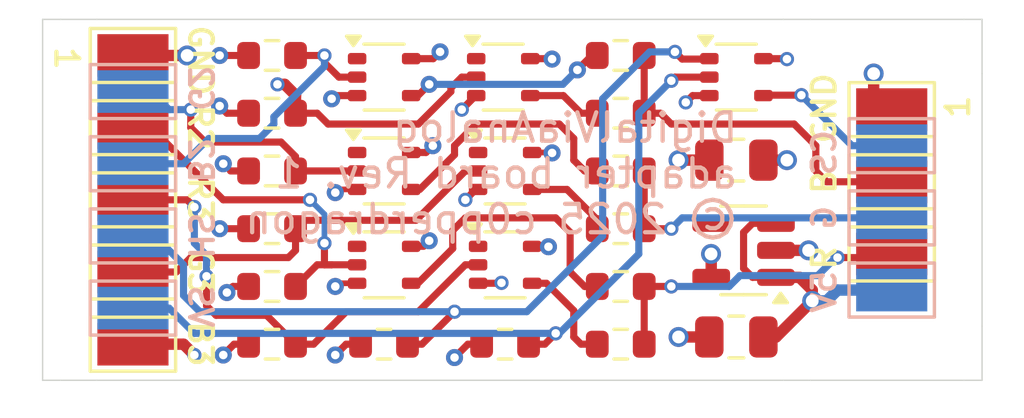
<source format=kicad_pcb>
(kicad_pcb (version 20240108) (generator "pcbnew") (generator_version "8.0")
  (title_block (title "DigitalViaAnalog") (rev "1"))
  (layers (0 "F.Cu" signal) (1 "In1.Cu" signal) (2 "In2.Cu" signal) (31 "B.Cu" signal) (34 "B.Paste" user) (35 "F.Paste" user) (36 "B.SilkS" user "B.Silkscreen") (37 "F.SilkS" user "F.Silkscreen") (38 "B.Mask" user) (39 "F.Mask" user) (44 "Edge.Cuts" user))
  (net 0 "")
  (net 1 "/GND")
  (net 2 "/5V")
  (net 3 "/VCC")
  (net 4 "/G2")
  (net 5 "/R2")
  (net 6 "/B2")
  (net 7 "/R3")
  (net 8 "/HSYNC")
  (net 9 "/G3")
  (net 10 "/VSYNC")
  (net 11 "/B3")
  (net 12 "/CSYNC")
  (net 13 "/B")
  (net 14 "/G")
  (net 15 "/R")
  (net 16 "Net-(R1-Pad1)")
  (net 17 "Net-(R2-Pad1)")
  (net 18 "Net-(R3-Pad1)")
  (net 19 "Net-(R4-Pad1)")
  (net 20 "Net-(R5-Pad1)")
  (net 21 "Net-(R6-Pad1)")
  (footprint "Capacitor_SMD:C_0805_2012Metric" (layer "F.Cu") (at 122.174 88.646)
    (property "Reference" "C1" (hide yes))
    (property "Value" "10uF")
    (fp_line (start -0.261252 -0.735) (end 0.261252 -0.735) (stroke (width 0.12)) (layer "F.SilkS"))
    (fp_line (start -0.261252 0.735) (end 0.261252 0.735) (stroke (width 0.12)) (layer "F.SilkS"))
    (pad "1" smd roundrect (at -0.95 0) (size 1 1.45) (layers "F.Cu" "F.Paste" "F.Mask") (net 1 "/GND"))
    (pad "2" smd roundrect (at 0.95 0) (size 1 1.45) (layers "F.Cu" "F.Paste" "F.Mask") (net 2 "/5V"))
  )
  (footprint "Resistor_SMD:R_0603_1608Metric" (layer "F.Cu") (at 118.11 86.868)
    (property "Reference" "R5" (hide yes))
    (property "Value" "300")
    (fp_line (start -0.237258 -0.5225) (end 0.237258 -0.5225) (stroke (width 0.12)) (layer "F.SilkS"))
    (fp_line (start -0.237258 0.5225) (end 0.237258 0.5225) (stroke (width 0.12)) (layer "F.SilkS"))
    (pad "1" smd roundrect (at -0.825 0) (size 0.8 0.95) (layers "F.Cu" "F.Paste" "F.Mask") (net 20 "Net-(R5-Pad1)"))
    (pad "2" smd roundrect (at 0.825 0) (size 0.8 0.95) (layers "F.Cu" "F.Paste" "F.Mask") (net 15 "/R"))
  )
  (footprint "Package_TO_SOT_SMD:SOT-353_SC-70-5" (layer "F.Cu") (at 113.98 79.502)
    (property "Reference" "U2" (hide yes))
    (property "Value" "74LVC1G17")
    (fp_line (start -0.71 -1.16) (end 0.7 -1.16) (stroke (width 0.12)) (layer "F.SilkS"))
    (fp_line (start -0.7 1.16) (end 0.7 1.16) (stroke (width 0.12)) (layer "F.SilkS"))
    (fp_poly (pts (xy -1.08 -1.11) (xy -1.32 -1.44) (xy -0.84 -1.44) (xy -1.08 -1.11)) (stroke (width 0.12)) (fill solid) (layer "F.SilkS"))
    (pad "1" smd roundrect (at -0.95 -0.65) (size 0.65 0.4) (layers "F.Cu" "F.Paste" "F.Mask"))
    (pad "2" smd roundrect (at -0.95 0) (size 0.65 0.4) (layers "F.Cu" "F.Paste" "F.Mask") (net 11 "/B3"))
    (pad "3" smd roundrect (at -0.95 0.65) (size 0.65 0.4) (layers "F.Cu" "F.Paste" "F.Mask") (net 1 "/GND"))
    (pad "4" smd roundrect (at 0.95 0.65) (size 0.65 0.4) (layers "F.Cu" "F.Paste" "F.Mask") (net 17 "Net-(R2-Pad1)"))
    (pad "5" smd roundrect (at 0.95 -0.65) (size 0.65 0.4) (layers "F.Cu" "F.Paste" "F.Mask") (net 3 "/VCC"))
  )
  (footprint "Resistor_SMD:R_0603_1608Metric" (layer "F.Cu") (at 105.855 88.9 180)
    (property "Reference" "R14" (hide yes))
    (property "Value" "4k7")
    (fp_line (start -0.237258 0.5225) (end 0.237258 0.5225) (stroke (width 0.12)) (layer "F.SilkS"))
    (fp_line (start -0.237258 -0.5225) (end 0.237258 -0.5225) (stroke (width 0.12)) (layer "F.SilkS"))
    (pad "1" smd roundrect (at -0.825 0 180) (size 0.8 0.95) (layers "F.Cu" "F.Paste" "F.Mask") (net 7 "/R3"))
    (pad "2" smd roundrect (at 0.825 0 180) (size 0.8 0.95) (layers "F.Cu" "F.Paste" "F.Mask") (net 1 "/GND"))
  )
  (footprint "Resistor_SMD:R_0603_1608Metric" (layer "F.Cu") (at 114.046 88.9)
    (property "Reference" "R8" (hide yes))
    (property "Value" "4k7")
    (fp_line (start -0.237258 -0.5225) (end 0.237258 -0.5225) (stroke (width 0.12)) (layer "F.SilkS"))
    (fp_line (start -0.237258 0.5225) (end 0.237258 0.5225) (stroke (width 0.12)) (layer "F.SilkS"))
    (pad "1" smd roundrect (at -0.825 0) (size 0.8 0.95) (layers "F.Cu" "F.Paste" "F.Mask") (net 1 "/GND"))
    (pad "2" smd roundrect (at 0.825 0) (size 0.8 0.95) (layers "F.Cu" "F.Paste" "F.Mask") (net 10 "/VSYNC"))
  )
  (footprint "Resistor_SMD:R_0603_1608Metric" (layer "F.Cu") (at 118.11 80.772)
    (property "Reference" "R2" (hide yes))
    (property "Value" "150")
    (fp_line (start -0.237258 -0.5225) (end 0.237258 -0.5225) (stroke (width 0.12)) (layer "F.SilkS"))
    (fp_line (start -0.237258 0.5225) (end 0.237258 0.5225) (stroke (width 0.12)) (layer "F.SilkS"))
    (pad "1" smd roundrect (at -0.825 0) (size 0.8 0.95) (layers "F.Cu" "F.Paste" "F.Mask") (net 17 "Net-(R2-Pad1)"))
    (pad "2" smd roundrect (at 0.825 0) (size 0.8 0.95) (layers "F.Cu" "F.Paste" "F.Mask") (net 13 "/B"))
  )
  (footprint "Package_TO_SOT_SMD:SOT-353_SC-70-5" (layer "F.Cu") (at 114.046 82.804)
    (property "Reference" "U4" (hide yes))
    (property "Value" "74LVC1G17")
    (fp_line (start -0.71 -1.16) (end 0.7 -1.16) (stroke (width 0.12)) (layer "F.SilkS"))
    (fp_line (start -0.7 1.16) (end 0.7 1.16) (stroke (width 0.12)) (layer "F.SilkS"))
    (fp_poly (pts (xy -1.08 -1.11) (xy -1.32 -1.44) (xy -0.84 -1.44) (xy -1.08 -1.11)) (stroke (width 0.12)) (fill solid) (layer "F.SilkS"))
    (pad "1" smd roundrect (at -0.95 -0.65) (size 0.65 0.4) (layers "F.Cu" "F.Paste" "F.Mask"))
    (pad "2" smd roundrect (at -0.95 0) (size 0.65 0.4) (layers "F.Cu" "F.Paste" "F.Mask") (net 9 "/G3"))
    (pad "3" smd roundrect (at -0.95 0.65) (size 0.65 0.4) (layers "F.Cu" "F.Paste" "F.Mask") (net 1 "/GND"))
    (pad "4" smd roundrect (at 0.95 0.65) (size 0.65 0.4) (layers "F.Cu" "F.Paste" "F.Mask") (net 19 "Net-(R4-Pad1)"))
    (pad "5" smd roundrect (at 0.95 -0.65) (size 0.65 0.4) (layers "F.Cu" "F.Paste" "F.Mask") (net 3 "/VCC"))
  )
  (footprint "Resistor_SMD:R_0603_1608Metric" (layer "F.Cu") (at 105.855 86.868 180)
    (property "Reference" "R13" (hide yes))
    (property "Value" "4k7")
    (fp_line (start -0.237258 0.5225) (end 0.237258 0.5225) (stroke (width 0.12)) (layer "F.SilkS"))
    (fp_line (start -0.237258 -0.5225) (end 0.237258 -0.5225) (stroke (width 0.12)) (layer "F.SilkS"))
    (pad "1" smd roundrect (at -0.825 0 180) (size 0.8 0.95) (layers "F.Cu" "F.Paste" "F.Mask") (net 5 "/R2"))
    (pad "2" smd roundrect (at 0.825 0 180) (size 0.8 0.95) (layers "F.Cu" "F.Paste" "F.Mask") (net 1 "/GND"))
  )
  (footprint "Library:TestPoint_Pad_2.5x1.5mm" (layer "F.Cu") (at 100.965 81.28)
    (property "Reference" "JIN3" (hide yes))
    (property "Value" "Conn_01x01")
    (fp_line (start -1.5 -0.95) (end 1.5 -0.95) (stroke (width 0.12)) (layer "F.SilkS"))
    (fp_line (start -1.5 0.95) (end -1.5 -0.95) (stroke (width 0.12)) (layer "F.SilkS"))
    (fp_line (start 1.5 -0.95) (end 1.5 0.95) (stroke (width 0.12)) (layer "F.SilkS"))
    (fp_line (start 1.5 0.95) (end -1.5 0.95) (stroke (width 0.12)) (layer "F.SilkS"))
    (pad "1" smd rect (at 0 0) (size 2.5 1.5) (layers "F.Cu" "F.Mask") (net 5 "/R2"))
  )
  (footprint "Resistor_SMD:R_0603_1608Metric" (layer "F.Cu") (at 118.11 78.74)
    (property "Reference" "R1" (hide yes))
    (property "Value" "300")
    (fp_line (start -0.237258 -0.5225) (end 0.237258 -0.5225) (stroke (width 0.12)) (layer "F.SilkS"))
    (fp_line (start -0.237258 0.5225) (end 0.237258 0.5225) (stroke (width 0.12)) (layer "F.SilkS"))
    (pad "1" smd roundrect (at -0.825 0) (size 0.8 0.95) (layers "F.Cu" "F.Paste" "F.Mask") (net 16 "Net-(R1-Pad1)"))
    (pad "2" smd roundrect (at 0.825 0) (size 0.8 0.95) (layers "F.Cu" "F.Paste" "F.Mask") (net 13 "/B"))
  )
  (footprint "Resistor_SMD:R_0603_1608Metric" (layer "F.Cu") (at 105.855 78.74)
    (property "Reference" "R9" (hide yes))
    (property "Value" "4k7")
    (fp_line (start -0.237258 -0.5225) (end 0.237258 -0.5225) (stroke (width 0.12)) (layer "F.SilkS"))
    (fp_line (start -0.237258 0.5225) (end 0.237258 0.5225) (stroke (width 0.12)) (layer "F.SilkS"))
    (pad "1" smd roundrect (at -0.825 0) (size 0.8 0.95) (layers "F.Cu" "F.Paste" "F.Mask") (net 1 "/GND"))
    (pad "2" smd roundrect (at 0.825 0) (size 0.8 0.95) (layers "F.Cu" "F.Paste" "F.Mask") (net 6 "/B2"))
  )
  (footprint "Package_TO_SOT_SMD:SOT-353_SC-70-5" (layer "F.Cu") (at 114.046 86.106)
    (property "Reference" "U6" (hide yes))
    (property "Value" "74LVC1G17")
    (fp_line (start -0.71 -1.16) (end 0.7 -1.16) (stroke (width 0.12)) (layer "F.SilkS"))
    (fp_line (start -0.7 1.16) (end 0.7 1.16) (stroke (width 0.12)) (layer "F.SilkS"))
    (fp_poly (pts (xy -1.08 -1.11) (xy -1.32 -1.44) (xy -0.84 -1.44) (xy -1.08 -1.11)) (stroke (width 0.12)) (fill solid) (layer "F.SilkS"))
    (pad "1" smd roundrect (at -0.95 -0.65) (size 0.65 0.4) (layers "F.Cu" "F.Paste" "F.Mask"))
    (pad "2" smd roundrect (at -0.95 0) (size 0.65 0.4) (layers "F.Cu" "F.Paste" "F.Mask") (net 7 "/R3"))
    (pad "3" smd roundrect (at -0.95 0.65) (size 0.65 0.4) (layers "F.Cu" "F.Paste" "F.Mask") (net 1 "/GND"))
    (pad "4" smd roundrect (at 0.95 0.65) (size 0.65 0.4) (layers "F.Cu" "F.Paste" "F.Mask") (net 21 "Net-(R6-Pad1)"))
    (pad "5" smd roundrect (at 0.95 -0.65) (size 0.65 0.4) (layers "F.Cu" "F.Paste" "F.Mask") (net 3 "/VCC"))
  )
  (footprint "Package_TO_SOT_SMD:SOT-353_SC-70-5" (layer "F.Cu") (at 109.794 82.804)
    (property "Reference" "U3" (hide yes))
    (property "Value" "74LVC1G17")
    (fp_line (start -0.71 -1.16) (end 0.7 -1.16) (stroke (width 0.12)) (layer "F.SilkS"))
    (fp_line (start -0.7 1.16) (end 0.7 1.16) (stroke (width 0.12)) (layer "F.SilkS"))
    (fp_poly (pts (xy -1.08 -1.11) (xy -1.32 -1.44) (xy -0.84 -1.44) (xy -1.08 -1.11)) (stroke (width 0.12)) (fill solid) (layer "F.SilkS"))
    (pad "1" smd roundrect (at -0.95 -0.65) (size 0.65 0.4) (layers "F.Cu" "F.Paste" "F.Mask"))
    (pad "2" smd roundrect (at -0.95 0) (size 0.65 0.4) (layers "F.Cu" "F.Paste" "F.Mask") (net 4 "/G2"))
    (pad "3" smd roundrect (at -0.95 0.65) (size 0.65 0.4) (layers "F.Cu" "F.Paste" "F.Mask") (net 1 "/GND"))
    (pad "4" smd roundrect (at 0.95 0.65) (size 0.65 0.4) (layers "F.Cu" "F.Paste" "F.Mask") (net 18 "Net-(R3-Pad1)"))
    (pad "5" smd roundrect (at 0.95 -0.65) (size 0.65 0.4) (layers "F.Cu" "F.Paste" "F.Mask") (net 3 "/VCC"))
  )
  (footprint "Library:TestPoint_Pad_2.5x1.5mm" (layer "F.Cu") (at 127.635 85.725)
    (property "Reference" "JOUT5" (hide yes))
    (property "Value" "Conn_01x01")
    (fp_line (start -1.5 -0.95) (end 1.5 -0.95) (stroke (width 0.12)) (layer "F.SilkS"))
    (fp_line (start -1.5 0.95) (end -1.5 -0.95) (stroke (width 0.12)) (layer "F.SilkS"))
    (fp_line (start 1.5 -0.95) (end 1.5 0.95) (stroke (width 0.12)) (layer "F.SilkS"))
    (fp_line (start 1.5 0.95) (end -1.5 0.95) (stroke (width 0.12)) (layer "F.SilkS"))
    (pad "1" smd rect (at 0 0) (size 2.5 1.5) (layers "F.Cu" "F.Mask") (net 15 "/R"))
  )
  (footprint "Resistor_SMD:R_0603_1608Metric" (layer "F.Cu") (at 105.855 80.772 180)
    (property "Reference" "R10" (hide yes))
    (property "Value" "4k7")
    (fp_line (start -0.237258 0.5225) (end 0.237258 0.5225) (stroke (width 0.12)) (layer "F.SilkS"))
    (fp_line (start -0.237258 -0.5225) (end 0.237258 -0.5225) (stroke (width 0.12)) (layer "F.SilkS"))
    (pad "1" smd roundrect (at -0.825 0 180) (size 0.8 0.95) (layers "F.Cu" "F.Paste" "F.Mask") (net 11 "/B3"))
    (pad "2" smd roundrect (at 0.825 0 180) (size 0.8 0.95) (layers "F.Cu" "F.Paste" "F.Mask") (net 1 "/GND"))
  )
  (footprint "Library:TestPoint_Pad_2.5x1.5mm" (layer "F.Cu") (at 100.965 78.74)
    (property "Reference" "JIN1" (hide yes))
    (property "Value" "Conn_01x01")
    (fp_line (start -1.5 -0.95) (end 1.5 -0.95) (stroke (width 0.12)) (layer "F.SilkS"))
    (fp_line (start -1.5 0.95) (end -1.5 -0.95) (stroke (width 0.12)) (layer "F.SilkS"))
    (fp_line (start 1.5 -0.95) (end 1.5 0.95) (stroke (width 0.12)) (layer "F.SilkS"))
    (fp_line (start 1.5 0.95) (end -1.5 0.95) (stroke (width 0.12)) (layer "F.SilkS"))
    (pad "1" smd rect (at 0 0) (size 2.5 1.5) (layers "F.Cu" "F.Mask") (net 1 "/GND"))
  )
  (footprint "Package_TO_SOT_SMD:SOT-353_SC-70-5" (layer "F.Cu") (at 109.794 79.502)
    (property "Reference" "U1" (hide yes))
    (property "Value" "74LVC1G17")
    (fp_line (start -0.71 -1.16) (end 0.7 -1.16) (stroke (width 0.12)) (layer "F.SilkS"))
    (fp_line (start -0.7 1.16) (end 0.7 1.16) (stroke (width 0.12)) (layer "F.SilkS"))
    (fp_poly (pts (xy -1.08 -1.11) (xy -1.32 -1.44) (xy -0.84 -1.44) (xy -1.08 -1.11)) (stroke (width 0.12)) (fill solid) (layer "F.SilkS"))
    (pad "1" smd roundrect (at -0.95 -0.65) (size 0.65 0.4) (layers "F.Cu" "F.Paste" "F.Mask"))
    (pad "2" smd roundrect (at -0.95 0) (size 0.65 0.4) (layers "F.Cu" "F.Paste" "F.Mask") (net 6 "/B2"))
    (pad "3" smd roundrect (at -0.95 0.65) (size 0.65 0.4) (layers "F.Cu" "F.Paste" "F.Mask") (net 1 "/GND"))
    (pad "4" smd roundrect (at 0.95 0.65) (size 0.65 0.4) (layers "F.Cu" "F.Paste" "F.Mask") (net 16 "Net-(R1-Pad1)"))
    (pad "5" smd roundrect (at 0.95 -0.65) (size 0.65 0.4) (layers "F.Cu" "F.Paste" "F.Mask") (net 3 "/VCC"))
  )
  (footprint "Library:TestPoint_Pad_2.5x1.5mm" (layer "F.Cu") (at 100.965 88.9)
    (property "Reference" "JIN9" (hide yes))
    (property "Value" "Conn_01x01")
    (fp_line (start -1.5 -0.95) (end 1.5 -0.95) (stroke (width 0.12)) (layer "F.SilkS"))
    (fp_line (start -1.5 0.95) (end -1.5 -0.95) (stroke (width 0.12)) (layer "F.SilkS"))
    (fp_line (start 1.5 -0.95) (end 1.5 0.95) (stroke (width 0.12)) (layer "F.SilkS"))
    (fp_line (start 1.5 0.95) (end -1.5 0.95) (stroke (width 0.12)) (layer "F.SilkS"))
    (pad "1" smd rect (at 0 0) (size 2.5 1.5) (layers "F.Cu" "F.Mask") (net 11 "/B3"))
  )
  (footprint "Capacitor_SMD:C_0805_2012Metric" (layer "F.Cu") (at 122.174 82.423 180)
    (property "Reference" "C2" (hide yes))
    (property "Value" "10uF")
    (fp_line (start -0.261252 0.735) (end 0.261252 0.735) (stroke (width 0.12)) (layer "F.SilkS"))
    (fp_line (start -0.261252 -0.735) (end 0.261252 -0.735) (stroke (width 0.12)) (layer "F.SilkS"))
    (pad "1" smd roundrect (at -0.95 0 180) (size 1 1.45) (layers "F.Cu" "F.Paste" "F.Mask") (net 1 "/GND"))
    (pad "2" smd roundrect (at 0.95 0 180) (size 1 1.45) (layers "F.Cu" "F.Paste" "F.Mask") (net 3 "/VCC"))
  )
  (footprint "Resistor_SMD:R_0603_1608Metric" (layer "F.Cu") (at 118.11 88.9)
    (property "Reference" "R6" (hide yes))
    (property "Value" "150")
    (fp_line (start -0.237258 -0.5225) (end 0.237258 -0.5225) (stroke (width 0.12)) (layer "F.SilkS"))
    (fp_line (start -0.237258 0.5225) (end 0.237258 0.5225) (stroke (width 0.12)) (layer "F.SilkS"))
    (pad "1" smd roundrect (at -0.825 0) (size 0.8 0.95) (layers "F.Cu" "F.Paste" "F.Mask") (net 21 "Net-(R6-Pad1)"))
    (pad "2" smd roundrect (at 0.825 0) (size 0.8 0.95) (layers "F.Cu" "F.Paste" "F.Mask") (net 15 "/R"))
  )
  (footprint "Library:TestPoint_Pad_2.5x1.5mm" (layer "F.Cu") (at 100.965 86.36)
    (property "Reference" "JIN7" (hide yes))
    (property "Value" "Conn_01x01")
    (fp_line (start -1.5 -0.95) (end 1.5 -0.95) (stroke (width 0.12)) (layer "F.SilkS"))
    (fp_line (start -1.5 0.95) (end -1.5 -0.95) (stroke (width 0.12)) (layer "F.SilkS"))
    (fp_line (start 1.5 -0.95) (end 1.5 0.95) (stroke (width 0.12)) (layer "F.SilkS"))
    (fp_line (start 1.5 0.95) (end -1.5 0.95) (stroke (width 0.12)) (layer "F.SilkS"))
    (pad "1" smd rect (at 0 0) (size 2.5 1.5) (layers "F.Cu" "F.Mask") (net 9 "/G3"))
  )
  (footprint "Library:TestPoint_Pad_2.5x1.5mm" (layer "F.Cu") (at 127.635 83.185)
    (property "Reference" "JOUT3" (hide yes))
    (property "Value" "Conn_01x01")
    (fp_line (start -1.5 -0.95) (end 1.5 -0.95) (stroke (width 0.12)) (layer "F.SilkS"))
    (fp_line (start -1.5 0.95) (end -1.5 -0.95) (stroke (width 0.12)) (layer "F.SilkS"))
    (fp_line (start 1.5 -0.95) (end 1.5 0.95) (stroke (width 0.12)) (layer "F.SilkS"))
    (fp_line (start 1.5 0.95) (end -1.5 0.95) (stroke (width 0.12)) (layer "F.SilkS"))
    (pad "1" smd rect (at 0 0) (size 2.5 1.5) (layers "F.Cu" "F.Mask") (net 13 "/B"))
  )
  (footprint "Resistor_SMD:R_0603_1608Metric" (layer "F.Cu") (at 118.11 84.836)
    (property "Reference" "R4" (hide yes))
    (property "Value" "150")
    (fp_line (start -0.237258 -0.5225) (end 0.237258 -0.5225) (stroke (width 0.12)) (layer "F.SilkS"))
    (fp_line (start -0.237258 0.5225) (end 0.237258 0.5225) (stroke (width 0.12)) (layer "F.SilkS"))
    (pad "1" smd roundrect (at -0.825 0) (size 0.8 0.95) (layers "F.Cu" "F.Paste" "F.Mask") (net 19 "Net-(R4-Pad1)"))
    (pad "2" smd roundrect (at 0.825 0) (size 0.8 0.95) (layers "F.Cu" "F.Paste" "F.Mask") (net 14 "/G"))
  )
  (footprint "Resistor_SMD:R_0603_1608Metric" (layer "F.Cu") (at 105.855 82.804 180)
    (property "Reference" "R11" (hide yes))
    (property "Value" "4k7")
    (fp_line (start -0.237258 0.5225) (end 0.237258 0.5225) (stroke (width 0.12)) (layer "F.SilkS"))
    (fp_line (start -0.237258 -0.5225) (end 0.237258 -0.5225) (stroke (width 0.12)) (layer "F.SilkS"))
    (pad "1" smd roundrect (at -0.825 0 180) (size 0.8 0.95) (layers "F.Cu" "F.Paste" "F.Mask") (net 4 "/G2"))
    (pad "2" smd roundrect (at 0.825 0 180) (size 0.8 0.95) (layers "F.Cu" "F.Paste" "F.Mask") (net 1 "/GND"))
  )
  (footprint "Library:TestPoint_Pad_2.5x1.5mm" (layer "F.Cu") (at 100.965 83.82)
    (property "Reference" "JIN5" (hide yes))
    (property "Value" "Conn_01x01")
    (fp_line (start -1.5 -0.95) (end 1.5 -0.95) (stroke (width 0.12)) (layer "F.SilkS"))
    (fp_line (start -1.5 0.95) (end -1.5 -0.95) (stroke (width 0.12)) (layer "F.SilkS"))
    (fp_line (start 1.5 -0.95) (end 1.5 0.95) (stroke (width 0.12)) (layer "F.SilkS"))
    (fp_line (start 1.5 0.95) (end -1.5 0.95) (stroke (width 0.12)) (layer "F.SilkS"))
    (pad "1" smd rect (at 0 0) (size 2.5 1.5) (layers "F.Cu" "F.Mask") (net 7 "/R3"))
  )
  (footprint "Package_TO_SOT_SMD:SOT-23-5" (layer "F.Cu") (at 122.428 85.598 180)
    (property "Reference" "U8" (hide yes))
    (property "Value" "MIC5504-3.3YM5")
    (fp_line (start 0 1.56) (end 0.8 1.56) (stroke (width 0.12)) (layer "F.SilkS"))
    (fp_line (start 0 1.56) (end -0.8 1.56) (stroke (width 0.12)) (layer "F.SilkS"))
    (fp_line (start 0 -1.56) (end 0.8 -1.56) (stroke (width 0.12)) (layer "F.SilkS"))
    (fp_line (start 0 -1.56) (end -0.8 -1.56) (stroke (width 0.12)) (layer "F.SilkS"))
    (fp_poly (pts (xy -1.3 -1.51) (xy -1.54 -1.84) (xy -1.06 -1.84) (xy -1.3 -1.51)) (stroke (width 0.12)) (fill solid) (layer "F.SilkS"))
    (pad "1" smd roundrect (at -1.1375 -0.95 180) (size 1.325 0.6) (layers "F.Cu" "F.Paste" "F.Mask") (net 2 "/5V"))
    (pad "2" smd roundrect (at -1.1375 0 180) (size 1.325 0.6) (layers "F.Cu" "F.Paste" "F.Mask") (net 1 "/GND"))
    (pad "3" smd roundrect (at -1.1375 0.95 180) (size 1.325 0.6) (layers "F.Cu" "F.Paste" "F.Mask") (net 2 "/5V"))
    (pad "4" smd roundrect (at 1.1375 0.95 180) (size 1.325 0.6) (layers "F.Cu" "F.Paste" "F.Mask"))
    (pad "5" smd roundrect (at 1.1375 -0.95 180) (size 1.325 0.6) (layers "F.Cu" "F.Paste" "F.Mask") (net 3 "/VCC"))
  )
  (footprint "Resistor_SMD:R_0603_1608Metric" (layer "F.Cu") (at 105.855 84.836 180)
    (property "Reference" "R12" (hide yes))
    (property "Value" "4k7")
    (fp_line (start -0.237258 0.5225) (end 0.237258 0.5225) (stroke (width 0.12)) (layer "F.SilkS"))
    (fp_line (start -0.237258 -0.5225) (end 0.237258 -0.5225) (stroke (width 0.12)) (layer "F.SilkS"))
    (pad "1" smd roundrect (at -0.825 0 180) (size 0.8 0.95) (layers "F.Cu" "F.Paste" "F.Mask") (net 9 "/G3"))
    (pad "2" smd roundrect (at 0.825 0 180) (size 0.8 0.95) (layers "F.Cu" "F.Paste" "F.Mask") (net 1 "/GND"))
  )
  (footprint "Package_TO_SOT_SMD:SOT-353_SC-70-5" (layer "F.Cu") (at 122.174 79.502)
    (property "Reference" "U7" (hide yes))
    (property "Value" "74LVC1G86")
    (fp_line (start -0.71 -1.16) (end 0.7 -1.16) (stroke (width 0.12)) (layer "F.SilkS"))
    (fp_line (start -0.7 1.16) (end 0.7 1.16) (stroke (width 0.12)) (layer "F.SilkS"))
    (fp_poly (pts (xy -1.08 -1.11) (xy -1.32 -1.44) (xy -0.84 -1.44) (xy -1.08 -1.11)) (stroke (width 0.12)) (fill solid) (layer "F.SilkS"))
    (pad "1" smd roundrect (at -0.95 -0.65) (size 0.65 0.4) (layers "F.Cu" "F.Paste" "F.Mask") (net 8 "/HSYNC"))
    (pad "2" smd roundrect (at -0.95 0) (size 0.65 0.4) (layers "F.Cu" "F.Paste" "F.Mask") (net 10 "/VSYNC"))
    (pad "3" smd roundrect (at -0.95 0.65) (size 0.65 0.4) (layers "F.Cu" "F.Paste" "F.Mask") (net 1 "/GND"))
    (pad "4" smd roundrect (at 0.95 0.65) (size 0.65 0.4) (layers "F.Cu" "F.Paste" "F.Mask") (net 12 "/CSYNC"))
    (pad "5" smd roundrect (at 0.95 -0.65) (size 0.65 0.4) (layers "F.Cu" "F.Paste" "F.Mask") (net 3 "/VCC"))
  )
  (footprint "Package_TO_SOT_SMD:SOT-353_SC-70-5" (layer "F.Cu") (at 109.794 86.106)
    (property "Reference" "U5" (hide yes))
    (property "Value" "74LVC1G17")
    (fp_line (start -0.71 -1.16) (end 0.7 -1.16) (stroke (width 0.12)) (layer "F.SilkS"))
    (fp_line (start -0.7 1.16) (end 0.7 1.16) (stroke (width 0.12)) (layer "F.SilkS"))
    (fp_poly (pts (xy -1.08 -1.11) (xy -1.32 -1.44) (xy -0.84 -1.44) (xy -1.08 -1.11)) (stroke (width 0.12)) (fill solid) (layer "F.SilkS"))
    (pad "1" smd roundrect (at -0.95 -0.65) (size 0.65 0.4) (layers "F.Cu" "F.Paste" "F.Mask"))
    (pad "2" smd roundrect (at -0.95 0) (size 0.65 0.4) (layers "F.Cu" "F.Paste" "F.Mask") (net 5 "/R2"))
    (pad "3" smd roundrect (at -0.95 0.65) (size 0.65 0.4) (layers "F.Cu" "F.Paste" "F.Mask") (net 1 "/GND"))
    (pad "4" smd roundrect (at 0.95 0.65) (size 0.65 0.4) (layers "F.Cu" "F.Paste" "F.Mask") (net 20 "Net-(R5-Pad1)"))
    (pad "5" smd roundrect (at 0.95 -0.65) (size 0.65 0.4) (layers "F.Cu" "F.Paste" "F.Mask") (net 3 "/VCC"))
  )
  (footprint "Resistor_SMD:R_0603_1608Metric" (layer "F.Cu") (at 118.11 82.804)
    (property "Reference" "R3" (hide yes))
    (property "Value" "300")
    (fp_line (start -0.237258 -0.5225) (end 0.237258 -0.5225) (stroke (width 0.12)) (layer "F.SilkS"))
    (fp_line (start -0.237258 0.5225) (end 0.237258 0.5225) (stroke (width 0.12)) (layer "F.SilkS"))
    (pad "1" smd roundrect (at -0.825 0) (size 0.8 0.95) (layers "F.Cu" "F.Paste" "F.Mask") (net 18 "Net-(R3-Pad1)"))
    (pad "2" smd roundrect (at 0.825 0) (size 0.8 0.95) (layers "F.Cu" "F.Paste" "F.Mask") (net 14 "/G"))
  )
  (footprint "Resistor_SMD:R_0603_1608Metric" (layer "F.Cu") (at 109.791 88.9)
    (property "Reference" "R7" (hide yes))
    (property "Value" "4k7")
    (fp_line (start -0.237258 -0.5225) (end 0.237258 -0.5225) (stroke (width 0.12)) (layer "F.SilkS"))
    (fp_line (start -0.237258 0.5225) (end 0.237258 0.5225) (stroke (width 0.12)) (layer "F.SilkS"))
    (pad "1" smd roundrect (at -0.825 0) (size 0.8 0.95) (layers "F.Cu" "F.Paste" "F.Mask") (net 1 "/GND"))
    (pad "2" smd roundrect (at 0.825 0) (size 0.8 0.95) (layers "F.Cu" "F.Paste" "F.Mask") (net 8 "/HSYNC"))
  )
  (footprint "Library:TestPoint_Pad_2.5x1.5mm" (layer "F.Cu") (at 127.635 80.645)
    (property "Reference" "JOUT1" (hide yes))
    (property "Value" "Conn_01x01")
    (fp_line (start -1.5 -0.95) (end 1.5 -0.95) (stroke (width 0.12)) (layer "F.SilkS"))
    (fp_line (start -1.5 0.95) (end -1.5 -0.95) (stroke (width 0.12)) (layer "F.SilkS"))
    (fp_line (start 1.5 -0.95) (end 1.5 0.95) (stroke (width 0.12)) (layer "F.SilkS"))
    (fp_line (start 1.5 0.95) (end -1.5 0.95) (stroke (width 0.12)) (layer "F.SilkS"))
    (pad "1" smd rect (at 0 0) (size 2.5 1.5) (layers "F.Cu" "F.Mask") (net 1 "/GND"))
  )
  (footprint "Library:TestPoint_Pad_2.5x1.5mm" (layer "B.Cu") (at 100.965 82.55 180)
    (property "Reference" "JIN4" (hide yes))
    (property "Value" "Conn_01x01")
    (fp_line (start 1.5 0.95) (end -1.5 0.95) (stroke (width 0.12)) (layer "B.SilkS"))
    (fp_line (start 1.5 -0.95) (end 1.5 0.95) (stroke (width 0.12)) (layer "B.SilkS"))
    (fp_line (start -1.5 0.95) (end -1.5 -0.95) (stroke (width 0.12)) (layer "B.SilkS"))
    (fp_line (start -1.5 -0.95) (end 1.5 -0.95) (stroke (width 0.12)) (layer "B.SilkS"))
    (pad "1" smd rect (at 0 0 180) (size 2.5 1.5) (layers "B.Cu" "B.Mask") (net 6 "/B2"))
  )
  (footprint "Library:TestPoint_Pad_2.5x1.5mm" (layer "B.Cu") (at 127.635 86.995 180)
    (property "Reference" "JOUT6" (hide yes))
    (property "Value" "Conn_01x01")
    (fp_line (start 1.5 0.95) (end -1.5 0.95) (stroke (width 0.12)) (layer "B.SilkS"))
    (fp_line (start 1.5 -0.95) (end 1.5 0.95) (stroke (width 0.12)) (layer "B.SilkS"))
    (fp_line (start -1.5 0.95) (end -1.5 -0.95) (stroke (width 0.12)) (layer "B.SilkS"))
    (fp_line (start -1.5 -0.95) (end 1.5 -0.95) (stroke (width 0.12)) (layer "B.SilkS"))
    (pad "1" smd rect (at 0 0 180) (size 2.5 1.5) (layers "B.Cu" "B.Mask") (net 2 "/5V"))
  )
  (footprint "Library:TestPoint_Pad_2.5x1.5mm" (layer "B.Cu") (at 100.965 85.09 180)
    (property "Reference" "JIN6" (hide yes))
    (property "Value" "Conn_01x01")
    (fp_line (start 1.5 0.95) (end -1.5 0.95) (stroke (width 0.12)) (layer "B.SilkS"))
    (fp_line (start 1.5 -0.95) (end 1.5 0.95) (stroke (width 0.12)) (layer "B.SilkS"))
    (fp_line (start -1.5 0.95) (end -1.5 -0.95) (stroke (width 0.12)) (layer "B.SilkS"))
    (fp_line (start -1.5 -0.95) (end 1.5 -0.95) (stroke (width 0.12)) (layer "B.SilkS"))
    (pad "1" smd rect (at 0 0 180) (size 2.5 1.5) (layers "B.Cu" "B.Mask") (net 8 "/HSYNC"))
  )
  (footprint "Library:TestPoint_Pad_2.5x1.5mm" (layer "B.Cu") (at 127.635 84.455 180)
    (property "Reference" "JOUT4" (hide yes))
    (property "Value" "Conn_01x01")
    (fp_line (start 1.5 0.95) (end -1.5 0.95) (stroke (width 0.12)) (layer "B.SilkS"))
    (fp_line (start 1.5 -0.95) (end 1.5 0.95) (stroke (width 0.12)) (layer "B.SilkS"))
    (fp_line (start -1.5 0.95) (end -1.5 -0.95) (stroke (width 0.12)) (layer "B.SilkS"))
    (fp_line (start -1.5 -0.95) (end 1.5 -0.95) (stroke (width 0.12)) (layer "B.SilkS"))
    (pad "1" smd rect (at 0 0 180) (size 2.5 1.5) (layers "B.Cu" "B.Mask") (net 14 "/G"))
  )
  (footprint "Library:TestPoint_Pad_2.5x1.5mm" (layer "B.Cu") (at 127.635 81.915 180)
    (property "Reference" "JOUT2" (hide yes))
    (property "Value" "Conn_01x01")
    (fp_line (start 1.5 0.95) (end -1.5 0.95) (stroke (width 0.12)) (layer "B.SilkS"))
    (fp_line (start 1.5 -0.95) (end 1.5 0.95) (stroke (width 0.12)) (layer "B.SilkS"))
    (fp_line (start -1.5 0.95) (end -1.5 -0.95) (stroke (width 0.12)) (layer "B.SilkS"))
    (fp_line (start -1.5 -0.95) (end 1.5 -0.95) (stroke (width 0.12)) (layer "B.SilkS"))
    (pad "1" smd rect (at 0 0 180) (size 2.5 1.5) (layers "B.Cu" "B.Mask") (net 12 "/CSYNC"))
  )
  (footprint "Library:TestPoint_Pad_2.5x1.5mm" (layer "B.Cu") (at 100.965 87.63 180)
    (property "Reference" "JIN8" (hide yes))
    (property "Value" "Conn_01x01")
    (fp_line (start 1.5 0.95) (end -1.5 0.95) (stroke (width 0.12)) (layer "B.SilkS"))
    (fp_line (start 1.5 -0.95) (end 1.5 0.95) (stroke (width 0.12)) (layer "B.SilkS"))
    (fp_line (start -1.5 0.95) (end -1.5 -0.95) (stroke (width 0.12)) (layer "B.SilkS"))
    (fp_line (start -1.5 -0.95) (end 1.5 -0.95) (stroke (width 0.12)) (layer "B.SilkS"))
    (pad "1" smd rect (at 0 0 180) (size 2.5 1.5) (layers "B.Cu" "B.Mask") (net 10 "/VSYNC"))
  )
  (footprint "Library:TestPoint_Pad_2.5x1.5mm" (layer "B.Cu") (at 100.965 80.01 180)
    (property "Reference" "JIN2" (hide yes))
    (property "Value" "Conn_01x01")
    (fp_line (start 1.5 0.95) (end -1.5 0.95) (stroke (width 0.12)) (layer "B.SilkS"))
    (fp_line (start 1.5 -0.95) (end 1.5 0.95) (stroke (width 0.12)) (layer "B.SilkS"))
    (fp_line (start -1.5 0.95) (end -1.5 -0.95) (stroke (width 0.12)) (layer "B.SilkS"))
    (fp_line (start -1.5 -0.95) (end 1.5 -0.95) (stroke (width 0.12)) (layer "B.SilkS"))
    (pad "1" smd rect (at 0 0 180) (size 2.5 1.5) (layers "B.Cu" "B.Mask") (net 4 "/G2"))
  )
  (gr_line (start 97.79 77.47) (end 97.79 90.17) (stroke (width 0.05)) (layer "Edge.Cuts"))
  (gr_line (start 123.825 90.17) (end 124.7775 90.17) (stroke (width 0.05)) (layer "Edge.Cuts"))
  (gr_line (start 130.175 77.47) (end 130.81 77.47) (stroke (width 0.05)) (layer "Edge.Cuts"))
  (gr_line (start 97.79 90.17) (end 98.425 90.17) (stroke (width 0.05)) (layer "Edge.Cuts"))
  (gr_line (start 130.175 90.17) (end 130.81 90.17) (stroke (width 0.05)) (layer "Edge.Cuts"))
  (gr_line (start 98.425 90.17) (end 99.695 90.17) (stroke (width 0.05)) (layer "Edge.Cuts"))
  (gr_line (start 130.81 90.17) (end 130.81 88.265) (stroke (width 0.05)) (layer "Edge.Cuts"))
  (gr_line (start 123.825 77.47) (end 124.7775 77.47) (stroke (width 0.05)) (layer "Edge.Cuts"))
  (gr_line (start 130.81 88.265) (end 130.81 79.375) (stroke (width 0.05)) (layer "Edge.Cuts"))
  (gr_line (start 124.7775 90.17) (end 130.175 90.17) (stroke (width 0.05)) (layer "Edge.Cuts"))
  (gr_line (start 130.81 79.375) (end 130.81 77.47) (stroke (width 0.05)) (layer "Edge.Cuts"))
  (gr_line (start 98.425 77.47) (end 99.695 77.47) (stroke (width 0.05)) (layer "Edge.Cuts"))
  (gr_line (start 130.175 77.47) (end 124.7775 77.47) (stroke (width 0.05)) (layer "Edge.Cuts"))
  (gr_line (start 97.79 77.47) (end 98.425 77.47) (stroke (width 0.05)) (layer "Edge.Cuts"))
  (gr_line (start 99.695 77.47) (end 123.825 77.47) (stroke (width 0.05)) (layer "Edge.Cuts"))
  (gr_line (start 123.825 90.17) (end 99.695 90.17) (stroke (width 0.05)) (layer "Edge.Cuts"))
  (gr_text "CS" (at 125.73 81.28 90) (layer "B.SilkS") (effects (font (size 0.8 0.8) (thickness 0.15) (bold yes)) (justify left bottom mirror)))
  (gr_text "G" (at 125.73 83.947 90) (layer "B.SilkS") (effects (font (size 0.8 0.8) (thickness 0.15) (bold yes)) (justify left bottom mirror)))
  (gr_text "HS" (at 102.87 85.979 270) (layer "B.SilkS") (effects (font (size 0.8 0.8) (thickness 0.15) (bold yes)) (justify left bottom mirror)))
  (gr_text "VS" (at 102.87 88.392 270) (layer "B.SilkS") (effects (font (size 0.8 0.8) (thickness 0.15) (bold yes)) (justify left bottom mirror)))
  (gr_text "G2" (at 102.87 80.772 270) (layer "B.SilkS") (effects (font (size 0.8 0.8) (thickness 0.15) (bold yes)) (justify left bottom mirror)))
  (gr_text "5V" (at 125.73 86.233 90) (layer "B.SilkS") (effects (font (size 0.8 0.8) (thickness 0.15) (bold yes)) (justify left bottom mirror)))
  (gr_text "B2" (at 102.87 83.312 270) (layer "B.SilkS") (effects (font (size 0.8 0.8) (thickness 0.15) (bold yes)) (justify left bottom mirror)))
  (gr_text "DigitalViaAnalog \nadapter board Rev. 1\n© 2025 c0pperdragon" (at 122.301 85.09 0) (layer "B.SilkS") (effects (font (size 1 1)) (justify left bottom mirror)))
  (gr_text "GND" (at 125.73 81.915 90) (layer "F.SilkS") (effects (font (size 0.8 0.8) (thickness 0.15) (bold yes)) (justify left bottom)))
  (gr_text "R3" (at 102.87 82.931 270) (layer "F.SilkS") (effects (font (size 0.8 0.8) (thickness 0.15) (bold yes)) (justify left bottom)))
  (gr_text "B" (at 125.73 83.693 90) (layer "F.SilkS") (effects (font (size 0.8 0.8) (thickness 0.15) (bold yes)) (justify left bottom)))
  (gr_text "GND" (at 102.87 77.597 270) (layer "F.SilkS") (effects (font (size 0.8 0.8) (thickness 0.15) (bold yes)) (justify left bottom)))
  (gr_text "R" (at 125.73 86.36 90) (layer "F.SilkS") (effects (font (size 0.8 0.8) (thickness 0.15) (bold yes)) (justify left bottom)))
  (gr_text "G3" (at 102.87 85.471 270) (layer "F.SilkS") (effects (font (size 0.8 0.8) (thickness 0.15) (bold yes)) (justify left bottom)))
  (gr_text "1" (at 98.171 78.359 270) (layer "F.SilkS") (effects (font (size 0.8 0.8) (thickness 0.15) (bold yes)) (justify left bottom)))
  (gr_text "1" (at 130.429 81.026 90) (layer "F.SilkS") (effects (font (size 0.8 0.8) (thickness 0.15) (bold yes)) (justify left bottom)))
  (gr_text "B3" (at 102.87 88.011 270) (layer "F.SilkS") (effects (font (size 0.8 0.8) (thickness 0.15) (bold yes)) (justify left bottom)))
  (gr_text "R2" (at 102.87 80.391 270) (layer "F.SilkS") (effects (font (size 0.8 0.8) (thickness 0.15) (bold yes)) (justify left bottom)))
  (segment (start 101.6 78.74) (end 102.87 78.74) (width 0.4) (layer "F.Cu") (net 1))
  (segment (start 108.077 86.868) (end 108.189 86.756) (width 0.2) (layer "F.Cu") (net 1))
  (segment (start 107.95 80.264) (end 108.062 80.152) (width 0.2) (layer "F.Cu") (net 1))
  (segment (start 113.919 86.741) (end 113.904 86.756) (width 0.25) (layer "F.Cu") (net 1))
  (segment (start 108.189 86.756) (end 108.844 86.756) (width 0.2) (layer "F.Cu") (net 1))
  (segment (start 113.904 86.756) (end 113.096 86.756) (width 0.25) (layer "F.Cu") (net 1))
  (segment (start 104.14 89.281) (end 104.521 88.9) (width 0.25) (layer "F.Cu") (net 1))
  (segment (start 104.481 86.868) (end 105.03 86.868) (width 0.25) (layer "F.Cu") (net 1))
  (segment (start 108.844 83.454) (end 108.189 83.454) (width 0.2) (layer "F.Cu") (net 1))
  (segment (start 121.224 88.646) (end 120.142 88.646) (width 0.4) (layer "F.Cu") (net 1))
  (segment (start 123.5655 85.598) (end 124.714 85.598) (width 0.4) (layer "F.Cu") (net 1))
  (segment (start 104.267 87.082) (end 104.481 86.868) (width 0.25) (layer "F.Cu") (net 1))
  (segment (start 104.394 82.804) (end 104.14 82.55) (width 0.2) (layer "F.Cu") (net 1))
  (segment (start 112.522 80.645) (end 113.015 80.152) (width 0.25) (layer "F.Cu") (net 1))
  (segment (start 112.738 88.9) (end 113.221 88.9) (width 0.25) (layer "F.Cu") (net 1))
  (segment (start 104.267 80.772) (end 105.03 80.772) (width 0.25) (layer "F.Cu") (net 1))
  (segment (start 108.062 80.152) (end 108.844 80.152) (width 0.25) (layer "F.Cu") (net 1))
  (segment (start 104.521 88.9) (end 105.03 88.9) (width 0.25) (layer "F.Cu") (net 1))
  (segment (start 108.458 88.9) (end 108.966 88.9) (width 0.25) (layer "F.Cu") (net 1))
  (segment (start 108.189 83.454) (end 108.077 83.566) (width 0.2) (layer "F.Cu") (net 1))
  (segment (start 120.635 80.152) (end 121.224 80.152) (width 0.25) (layer "F.Cu") (net 1))
  (segment (start 105.03 82.804) (end 104.394 82.804) (width 0.25) (layer "F.Cu") (net 1))
  (segment (start 127 79.375) (end 127 80.645) (width 0.4) (layer "F.Cu") (net 1))
  (segment (start 112.268 89.37) (end 112.738 88.9) (width 0.25) (layer "F.Cu") (net 1))
  (segment (start 120.396 80.391) (end 120.635 80.152) (width 0.25) (layer "F.Cu") (net 1))
  (segment (start 105.03 84.836) (end 104.013 84.836) (width 0.25) (layer "F.Cu") (net 1))
  (segment (start 105.03 78.74) (end 104.013 78.74) (width 0.25) (layer "F.Cu") (net 1))
  (segment (start 123.124 82.423) (end 123.952 82.423) (width 0.4) (layer "F.Cu") (net 1))
  (segment (start 113.015 83.454) (end 112.649 83.82) (width 0.25) (layer "F.Cu") (net 1))
  (segment (start 108.077 89.281) (end 108.458 88.9) (width 0.25) (layer "F.Cu") (net 1))
  (segment (start 113.096 83.454) (end 113.015 83.454) (width 0.25) (layer "F.Cu") (net 1))
  (segment (start 104.013 80.518) (end 104.267 80.772) (width 0.25) (layer "F.Cu") (net 1))
  (segment (start 113.015 80.152) (end 113.03 80.152) (width 0.25) (layer "F.Cu") (net 1))
  (via (at 108.077 86.868) (size 0.6) (drill 0.3) (layers "F.Cu" "B.Cu") (net 1))
  (via (at 108.077 89.281) (size 0.6) (drill 0.3) (layers "F.Cu" "B.Cu") (net 1))
  (via (at 104.013 80.518) (size 0.6) (drill 0.3) (layers "F.Cu" "B.Cu") (net 1))
  (via (at 104.14 89.281) (size 0.6) (drill 0.3) (layers "F.Cu" "B.Cu") (net 1))
  (via (at 120.396 80.391) (size 0.5) (drill 0.3) (layers "F.Cu" "B.Cu") (net 1))
  (via (at 123.952 82.423) (size 0.7) (drill 0.45) (layers "F.Cu" "B.Cu") (net 1))
  (via (at 107.95 80.264) (size 0.6) (drill 0.3) (layers "F.Cu" "B.Cu") (net 1))
  (via (at 112.268 89.37) (size 0.6) (drill 0.3) (layers "F.Cu" "B.Cu") (net 1))
  (via (at 104.013 84.836) (size 0.6) (drill 0.3) (layers "F.Cu" "B.Cu") (net 1))
  (via (at 108.077 83.566) (size 0.6) (drill 0.3) (layers "F.Cu" "B.Cu") (net 1))
  (via (at 104.14 82.55) (size 0.6) (drill 0.3) (layers "F.Cu" "B.Cu") (net 1))
  (via (at 127 79.375) (size 0.7) (drill 0.45) (layers "F.Cu" "B.Cu") (net 1))
  (via (at 124.714 85.598) (size 0.7) (drill 0.45) (layers "F.Cu" "B.Cu") (net 1))
  (via (at 112.522 80.645) (size 0.5) (drill 0.3) (layers "F.Cu" "B.Cu") (net 1))
  (via (at 102.87 78.74) (size 0.7) (drill 0.45) (layers "F.Cu" "B.Cu") (net 1))
  (via (at 104.013 78.74) (size 0.6) (drill 0.3) (layers "F.Cu" "B.Cu") (net 1))
  (via (at 120.142 88.646) (size 0.7) (drill 0.45) (layers "F.Cu" "B.Cu") (net 1))
  (via (at 104.267 87.082) (size 0.6) (drill 0.3) (layers "F.Cu" "B.Cu") (net 1))
  (via (at 113.919 86.741) (size 0.5) (drill 0.3) (layers "F.Cu" "B.Cu") (net 1))
  (via (at 112.649 83.82) (size 0.5) (drill 0.3) (layers "F.Cu" "B.Cu") (net 1))
  (segment (start 122.743 86.548) (end 123.5655 86.548) (width 0.25) (layer "F.Cu") (net 2))
  (segment (start 124.841 86.995) (end 124.394 86.548) (width 0.4) (layer "F.Cu") (net 2))
  (segment (start 122.743 84.648) (end 122.428 84.963) (width 0.25) (layer "F.Cu") (net 2))
  (segment (start 124.841 87.376) (end 124.841 86.995) (width 0.4) (layer "F.Cu") (net 2))
  (segment (start 123.5655 84.648) (end 122.743 84.648) (width 0.25) (layer "F.Cu") (net 2))
  (segment (start 122.428 86.233) (end 122.743 86.548) (width 0.25) (layer "F.Cu") (net 2))
  (segment (start 124.841 87.376) (end 123.571 88.646) (width 0.4) (layer "F.Cu") (net 2))
  (segment (start 123.571 88.646) (end 123.124 88.646) (width 0.4) (layer "F.Cu") (net 2))
  (segment (start 124.394 86.548) (end 123.5655 86.548) (width 0.4) (layer "F.Cu") (net 2))
  (segment (start 122.428 84.963) (end 122.428 86.233) (width 0.25) (layer "F.Cu") (net 2))
  (via (at 124.841 87.376) (size 0.7) (drill 0.45) (layers "F.Cu" "B.Cu") (net 2))
  (segment (start 127 86.995) (end 125.73 86.995) (width 0.4) (layer "B.Cu") (net 2))
  (segment (start 125.73 86.995) (end 125.349 87.376) (width 0.4) (layer "B.Cu") (net 2))
  (segment (start 125.349 87.376) (end 124.841 87.376) (width 0.4) (layer "B.Cu") (net 2))
  (segment (start 121.2905 86.548) (end 121.2905 85.7305) (width 0.4) (layer "F.Cu") (net 3))
  (segment (start 111.76 78.613) (end 111.521 78.852) (width 0.25) (layer "F.Cu") (net 3))
  (segment (start 115.682 82.154) (end 115.697 82.169) (width 0.2) (layer "F.Cu") (net 3))
  (segment (start 111.180469 85.456) (end 110.744 85.456) (width 0.25) (layer "F.Cu") (net 3))
  (segment (start 110.744 82.154) (end 111.267 82.154) (width 0.25) (layer "F.Cu") (net 3))
  (segment (start 121.2905 85.7305) (end 121.285 85.725) (width 0.4) (layer "F.Cu") (net 3))
  (segment (start 115.682 78.852) (end 115.697 78.867) (width 0.2) (layer "F.Cu") (net 3))
  (segment (start 123.937 78.852) (end 123.952 78.867) (width 0.25) (layer "F.Cu") (net 3))
  (segment (start 111.267 82.154) (end 111.506 81.915) (width 0.25) (layer "F.Cu") (net 3))
  (segment (start 114.93 78.852) (end 115.682 78.852) (width 0.25) (layer "F.Cu") (net 3))
  (segment (start 123.124 78.852) (end 123.937 78.852) (width 0.25) (layer "F.Cu") (net 3))
  (segment (start 111.377602 85.258867) (end 111.180469 85.456) (width 0.2) (layer "F.Cu") (net 3))
  (segment (start 111.521 78.852) (end 110.744 78.852) (width 0.25) (layer "F.Cu") (net 3))
  (segment (start 115.555 85.456) (end 114.996 85.456) (width 0.2) (layer "F.Cu") (net 3))
  (segment (start 114.996 82.154) (end 115.682 82.154) (width 0.2) (layer "F.Cu") (net 3))
  (segment (start 121.224 82.423) (end 120.142 82.423) (width 0.4) (layer "F.Cu") (net 3))
  (segment (start 115.57 85.471) (end 115.555 85.456) (width 0.2) (layer "F.Cu") (net 3))
  (via (at 120.142 82.423) (size 0.7) (drill 0.45) (layers "F.Cu" "B.Cu") (net 3))
  (via (at 111.506 81.915) (size 0.6) (drill 0.3) (layers "F.Cu" "B.Cu") (net 3))
  (via (at 111.76 78.613) (size 0.6) (drill 0.3) (layers "F.Cu" "B.Cu") (net 3))
  (via (at 123.952 78.867) (size 0.5) (drill 0.3) (layers "F.Cu" "B.Cu") (net 3))
  (via (at 111.377602 85.258867) (size 0.6) (drill 0.3) (layers "F.Cu" "B.Cu") (net 3))
  (via (at 115.57 85.471) (size 0.6) (drill 0.3) (layers "F.Cu" "B.Cu") (net 3))
  (via (at 115.697 82.169) (size 0.6) (drill 0.3) (layers "F.Cu" "B.Cu") (net 3))
  (via (at 115.697 78.867) (size 0.6) (drill 0.3) (layers "F.Cu" "B.Cu") (net 3))
  (via (at 121.285 85.725) (size 0.7) (drill 0.45) (layers "F.Cu" "B.Cu") (net 3))
  (segment (start 106.68 82.296) (end 106.68 82.804) (width 0.25) (layer "F.Cu") (net 4))
  (segment (start 103.505 81.788) (end 106.172 81.788) (width 0.25) (layer "F.Cu") (net 4))
  (segment (start 106.172 81.788) (end 106.68 82.296) (width 0.25) (layer "F.Cu") (net 4))
  (segment (start 106.68 82.804) (end 108.844 82.804) (width 0.25) (layer "F.Cu") (net 4))
  (segment (start 102.997 81.28) (end 103.505 81.788) (width 0.25) (layer "F.Cu") (net 4))
  (segment (start 102.997 80.645) (end 102.997 81.28) (width 0.25) (layer "F.Cu") (net 4))
  (via (at 102.997 80.645) (size 0.5) (drill 0.3) (layers "F.Cu" "B.Cu") (net 4))
  (segment (start 102.235 80.645) (end 101.6 80.01) (width 0.25) (layer "B.Cu") (net 4))
  (segment (start 102.997 80.645) (end 102.235 80.645) (width 0.25) (layer "B.Cu") (net 4))
  (segment (start 107.188 83.82) (end 104.14 83.82) (width 0.25) (layer "F.Cu") (net 5))
  (segment (start 107.442 86.106) (end 107.95 86.106) (width 0.25) (layer "F.Cu") (net 5))
  (segment (start 107.696 85.344) (end 107.696 86.106) (width 0.25) (layer "F.Cu") (net 5))
  (segment (start 107.95 86.106) (end 108.844 86.106) (width 0.25) (layer "F.Cu") (net 5))
  (segment (start 104.14 83.82) (end 101.6 81.28) (width 0.25) (layer "F.Cu") (net 5))
  (segment (start 107.696 86.106) (end 107.95 86.106) (width 0.25) (layer "F.Cu") (net 5))
  (segment (start 106.68 86.868) (end 107.442 86.106) (width 0.25) (layer "F.Cu") (net 5))
  (via (at 107.188 83.82) (size 0.5) (drill 0.3) (layers "F.Cu" "B.Cu") (net 5))
  (via (at 107.696 85.344) (size 0.5) (drill 0.3) (layers "F.Cu" "B.Cu") (net 5))
  (segment (start 107.696 85.344) (end 107.696 84.328) (width 0.2) (layer "B.Cu") (net 5))
  (segment (start 107.696 84.328) (end 107.188 83.82) (width 0.2) (layer "B.Cu") (net 5))
  (segment (start 108.204 79.502) (end 108.844 79.502) (width 0.25) (layer "F.Cu") (net 6))
  (segment (start 106.68 78.74) (end 107.696 78.74) (width 0.25) (layer "F.Cu") (net 6))
  (segment (start 108.204 79.502) (end 107.696 78.994) (width 0.25) (layer "F.Cu") (net 6))
  (segment (start 107.696 78.994) (end 107.696 78.74) (width 0.2) (layer "F.Cu") (net 6))
  (via (at 107.696 78.74) (size 0.5) (drill 0.3) (layers "F.Cu" "B.Cu") (net 6))
  (segment (start 105.41 81.661) (end 103.632 81.661) (width 0.25) (layer "B.Cu") (net 6))
  (segment (start 102.743 82.55) (end 101.6 82.55) (width 0.25) (layer "B.Cu") (net 6))
  (segment (start 107.696 79.121) (end 105.918 80.899) (width 0.25) (layer "B.Cu") (net 6))
  (segment (start 105.918 80.899) (end 105.918 81.153) (width 0.25) (layer "B.Cu") (net 6))
  (segment (start 107.696 78.74) (end 107.696 79.121) (width 0.25) (layer "B.Cu") (net 6))
  (segment (start 103.632 81.661) (end 102.743 82.55) (width 0.25) (layer "B.Cu") (net 6))
  (segment (start 105.918 81.153) (end 105.41 81.661) (width 0.25) (layer "B.Cu") (net 6))
  (segment (start 103.551456 87.549456) (end 103.886 87.884) (width 0.25) (layer "F.Cu") (net 7))
  (segment (start 110.998 87.757) (end 112.649 86.106) (width 0.25) (layer "F.Cu") (net 7))
  (segment (start 103.551456 86.510228) (end 103.551456 87.549456) (width 0.25) (layer "F.Cu") (net 7))
  (segment (start 101.6 83.82) (end 102.87 83.82) (width 0.25) (layer "F.Cu") (net 7))
  (segment (start 105.664 87.884) (end 106.68 88.9) (width 0.25) (layer "F.Cu") (net 7))
  (segment (start 107.315 88.9) (end 108.458 87.757) (width 0.25) (layer "F.Cu") (net 7))
  (segment (start 106.68 88.9) (end 107.315 88.9) (width 0.25) (layer "F.Cu") (net 7))
  (segment (start 102.87 83.82) (end 103.124 84.074) (width 0.25) (layer "F.Cu") (net 7))
  (segment (start 112.649 86.106) (end 113.096 86.106) (width 0.25) (layer "F.Cu") (net 7))
  (segment (start 108.458 87.757) (end 110.998 87.757) (width 0.25) (layer "F.Cu") (net 7))
  (segment (start 103.886 87.884) (end 105.664 87.884) (width 0.25) (layer "F.Cu") (net 7))
  (via (at 103.551456 86.510228) (size 0.5) (drill 0.3) (layers "F.Cu" "B.Cu") (net 7))
  (via (at 103.124 84.074) (size 0.5) (drill 0.3) (layers "F.Cu" "B.Cu") (net 7))
  (segment (start 103.551456 85.771456) (end 103.124 85.344) (width 0.25) (layer "B.Cu") (net 7))
  (segment (start 103.551456 86.510228) (end 103.551456 85.771456) (width 0.25) (layer "B.Cu") (net 7))
  (segment (start 103.124 85.344) (end 103.124 84.074) (width 0.25) (layer "B.Cu") (net 7))
  (segment (start 120.269 78.867) (end 121.209 78.867) (width 0.25) (layer "F.Cu") (net 8))
  (segment (start 121.209 78.867) (end 121.224 78.852) (width 0.25) (layer "F.Cu") (net 8))
  (segment (start 112.268 87.757) (end 111.125 88.9) (width 0.25) (layer "F.Cu") (net 8))
  (segment (start 120.015 78.613) (end 120.269 78.867) (width 0.25) (layer "F.Cu") (net 8))
  (segment (start 111.125 88.9) (end 110.616 88.9) (width 0.25) (layer "F.Cu") (net 8))
  (via (at 120.015 78.613) (size 0.5) (drill 0.3) (layers "F.Cu" "B.Cu") (net 8))
  (via (at 112.268 87.757) (size 0.5) (drill 0.3) (layers "F.Cu" "B.Cu") (net 8))
  (segment (start 101.6 85.09) (end 101.727 85.09) (width 0.25) (layer "B.Cu") (net 8))
  (segment (start 117.475 80.264) (end 117.475 85.09) (width 0.25) (layer "B.Cu") (net 8))
  (segment (start 102.743 87.1855) (end 103.3145 87.757) (width 0.25) (layer "B.Cu") (net 8))
  (segment (start 103.3145 87.757) (end 112.268 87.757) (width 0.25) (layer "B.Cu") (net 8))
  (segment (start 102.743 86.106) (end 102.743 87.1855) (width 0.25) (layer "B.Cu") (net 8))
  (segment (start 119.126 78.613) (end 117.475 80.264) (width 0.25) (layer "B.Cu") (net 8))
  (segment (start 114.808 87.757) (end 112.268 87.757) (width 0.25) (layer "B.Cu") (net 8))
  (segment (start 120.015 78.613) (end 119.126 78.613) (width 0.25) (layer "B.Cu") (net 8))
  (segment (start 101.727 85.09) (end 102.743 86.106) (width 0.25) (layer "B.Cu") (net 8))
  (segment (start 117.475 85.09) (end 114.808 87.757) (width 0.25) (layer "B.Cu") (net 8))
  (segment (start 112.649 82.804) (end 113.096 82.804) (width 0.25) (layer "F.Cu") (net 9))
  (segment (start 106.68 85.598) (end 106.68 84.836) (width 0.25) (layer "F.Cu") (net 9))
  (segment (start 101.6 86.36) (end 102.489 86.36) (width 0.25) (layer "F.Cu") (net 9))
  (segment (start 102.997 85.852) (end 106.426 85.852) (width 0.25) (layer "F.Cu") (net 9))
  (segment (start 106.426 85.852) (end 106.68 85.598) (width 0.25) (layer "F.Cu") (net 9))
  (segment (start 110.913 84.54) (end 112.649 82.804) (width 0.25) (layer "F.Cu") (net 9))
  (segment (start 106.976 84.54) (end 110.913 84.54) (width 0.25) (layer "F.Cu") (net 9))
  (segment (start 106.68 84.836) (end 106.976 84.54) (width 0.2) (layer "F.Cu") (net 9))
  (segment (start 102.489 86.36) (end 102.997 85.852) (width 0.25) (layer "F.Cu") (net 9))
  (segment (start 115.443 88.9) (end 115.824 88.519) (width 0.25) (layer "F.Cu") (net 10))
  (segment (start 120.015 79.502) (end 121.224 79.502) (width 0.25) (layer "F.Cu") (net 10))
  (segment (start 119.888 79.629) (end 120.015 79.502) (width 0.25) (layer "F.Cu") (net 10))
  (segment (start 114.871 88.9) (end 115.443 88.9) (width 0.25) (layer "F.Cu") (net 10))
  (via (at 119.888 79.629) (size 0.5) (drill 0.3) (layers "F.Cu" "B.Cu") (net 10))
  (via (at 115.824 88.519) (size 0.5) (drill 0.3) (layers "F.Cu" "B.Cu") (net 10))
  (segment (start 118.745 85.725) (end 115.951 88.519) (width 0.25) (layer "B.Cu") (net 10))
  (segment (start 115.824 88.519) (end 103.124 88.519) (width 0.25) (layer "B.Cu") (net 10))
  (segment (start 103.124 88.519) (end 102.235 87.63) (width 0.25) (layer "B.Cu") (net 10))
  (segment (start 118.745 80.772) (end 118.745 85.725) (width 0.25) (layer "B.Cu") (net 10))
  (segment (start 102.235 87.63) (end 101.6 87.63) (width 0.25) (layer "B.Cu") (net 10))
  (segment (start 115.951 88.519) (end 115.824 88.519) (width 0.25) (layer "B.Cu") (net 10))
  (segment (start 119.888 79.629) (end 118.745 80.772) (width 0.25) (layer "B.Cu") (net 10))
  (segment (start 107.823 81.153) (end 110.998 81.153) (width 0.25) (layer "F.Cu") (net 11))
  (segment (start 102.743 88.9) (end 103.124 89.281) (width 0.4) (layer "F.Cu") (net 11))
  (segment (start 106.68 80.137) (end 106.68 80.772) (width 0.4) (layer "F.Cu") (net 11))
  (segment (start 112.141 80.01) (end 112.141 79.883) (width 0.25) (layer "F.Cu") (net 11))
  (segment (start 106.045 79.756) (end 106.299 79.756) (width 0.4) (layer "F.Cu") (net 11))
  (segment (start 112.522 79.502) (end 113.03 79.502) (width 0.25) (layer "F.Cu") (net 11))
  (segment (start 110.998 81.153) (end 112.141 80.01) (width 0.25) (layer "F.Cu") (net 11))
  (segment (start 101.6 88.9) (end 102.743 88.9) (width 0.4) (layer "F.Cu") (net 11))
  (segment (start 112.141 79.883) (end 112.522 79.502) (width 0.25) (layer "F.Cu") (net 11))
  (segment (start 107.442 80.772) (end 107.823 81.153) (width 0.25) (layer "F.Cu") (net 11))
  (segment (start 106.68 80.772) (end 107.442 80.772) (width 0.25) (layer "F.Cu") (net 11))
  (segment (start 106.299 79.756) (end 106.68 80.137) (width 0.4) (layer "F.Cu") (net 11))
  (segment (start 106.68 80.772) (end 106.68 80.518) (width 0.2) (layer "F.Cu") (net 11))
  (via (at 106.045 79.756) (size 0.5) (drill 0.3) (layers "F.Cu" "B.Cu") (net 11))
  (via (at 103.124 89.281) (size 0.5) (drill 0.3) (layers "F.Cu" "B.Cu") (net 11))
  (segment (start 124.46 80.137) (end 123.139 80.137) (width 0.25) (layer "F.Cu") (net 12))
  (segment (start 123.139 80.137) (end 123.124 80.152) (width 0.25) (layer "F.Cu") (net 12))
  (via (at 124.46 80.137) (size 0.5) (drill 0.3) (layers "F.Cu" "B.Cu") (net 12))
  (segment (start 124.46 80.137) (end 126.238 81.915) (width 0.25) (layer "B.Cu") (net 12))
  (segment (start 126.238 81.915) (end 127 81.915) (width 0.25) (layer "B.Cu") (net 12))
  (segment (start 124.206 81.153) (end 124.968 81.915) (width 0.25) (layer "F.Cu") (net 13))
  (segment (start 125.349 83.185) (end 127 83.185) (width 0.25) (layer "F.Cu") (net 13))
  (segment (start 124.968 82.804) (end 125.349 83.185) (width 0.25) (layer "F.Cu") (net 13))
  (segment (start 118.935 80.772) (end 119.507 80.772) (width 0.25) (layer "F.Cu") (net 13))
  (segment (start 118.935 80.772) (end 118.935 78.74) (width 0.25) (layer "F.Cu") (net 13))
  (segment (start 124.968 81.915) (end 124.968 82.804) (width 0.25) (layer "F.Cu") (net 13))
  (segment (start 119.888 81.153) (end 124.206 81.153) (width 0.25) (layer "F.Cu") (net 13))
  (segment (start 119.507 80.772) (end 119.888 81.153) (width 0.25) (layer "F.Cu") (net 13))
  (segment (start 119.888 84.836) (end 118.935 84.836) (width 0.25) (layer "F.Cu") (net 14))
  (segment (start 118.935 82.804) (end 118.935 84.836) (width 0.25) (layer "F.Cu") (net 14))
  (via (at 119.888 84.836) (size 0.5) (drill 0.3) (layers "F.Cu" "B.Cu") (net 14))
  (segment (start 119.888 84.836) (end 120.269 84.455) (width 0.25) (layer "B.Cu") (net 14))
  (segment (start 120.269 84.455) (end 127 84.455) (width 0.25) (layer "B.Cu") (net 14))
  (segment (start 125.73 85.852) (end 126.873 85.852) (width 0.25) (layer "F.Cu") (net 15))
  (segment (start 126.873 85.852) (end 127 85.725) (width 0.25) (layer "F.Cu") (net 15))
  (segment (start 118.935 86.868) (end 119.888 86.868) (width 0.25) (layer "F.Cu") (net 15))
  (segment (start 118.935 88.9) (end 118.935 86.868) (width 0.25) (layer "F.Cu") (net 15))
  (via (at 125.73 85.852) (size 0.5) (drill 0.3) (layers "F.Cu" "B.Cu") (net 15))
  (via (at 119.888 86.868) (size 0.5) (drill 0.3) (layers "F.Cu" "B.Cu") (net 15))
  (segment (start 125.0315 86.487) (end 125.6665 85.852) (width 0.25) (layer "B.Cu") (net 15))
  (segment (start 121.92 86.868) (end 122.301 86.487) (width 0.25) (layer "B.Cu") (net 15))
  (segment (start 119.888 86.868) (end 121.92 86.868) (width 0.25) (layer "B.Cu") (net 15))
  (segment (start 125.6665 85.852) (end 125.73 85.852) (width 0.25) (layer "B.Cu") (net 15))
  (segment (start 122.301 86.487) (end 125.0315 86.487) (width 0.25) (layer "B.Cu") (net 15))
  (segment (start 116.586 79.248) (end 117.094 78.74) (width 0.25) (layer "F.Cu") (net 16))
  (segment (start 110.983 80.152) (end 110.744 80.152) (width 0.2) (layer "F.Cu") (net 16))
  (segment (start 111.379 79.756) (end 110.983 80.152) (width 0.25) (layer "F.Cu") (net 16))
  (segment (start 117.094 78.74) (end 117.285 78.74) (width 0.25) (layer "F.Cu") (net 16))
  (via (at 116.586 79.248) (size 0.6) (drill 0.3) (layers "F.Cu" "B.Cu") (net 16))
  (via (at 111.379 79.756) (size 0.6) (drill 0.3) (layers "F.Cu" "B.Cu") (net 16))
  (segment (start 116.586 79.248) (end 116.078 79.756) (width 0.25) (layer "B.Cu") (net 16))
  (segment (start 116.078 79.756) (end 111.379 79.756) (width 0.25) (layer "B.Cu") (net 16))
  (segment (start 116.713 80.772) (end 117.285 80.772) (width 0.25) (layer "F.Cu") (net 17))
  (segment (start 114.93 80.152) (end 116.093 80.152) (width 0.25) (layer "F.Cu") (net 17))
  (segment (start 116.093 80.152) (end 116.713 80.772) (width 0.25) (layer "F.Cu") (net 17))
  (segment (start 116.459 82.423) (end 116.84 82.804) (width 0.25) (layer "F.Cu") (net 18))
  (segment (start 112.268 81.915) (end 113.03 81.153) (width 0.25) (layer "F.Cu") (net 18))
  (segment (start 113.03 81.153) (end 115.951 81.153) (width 0.25) (layer "F.Cu") (net 18))
  (segment (start 115.951 81.153) (end 116.459 81.661) (width 0.25) (layer "F.Cu") (net 18))
  (segment (start 111.0465 83.454) (end 112.268 82.2325) (width 0.25) (layer "F.Cu") (net 18))
  (segment (start 112.268 82.2325) (end 112.268 81.915) (width 0.25) (layer "F.Cu") (net 18))
  (segment (start 116.459 81.661) (end 116.459 82.423) (width 0.25) (layer "F.Cu") (net 18))
  (segment (start 116.84 82.804) (end 117.285 82.804) (width 0.25) (layer "F.Cu") (net 18))
  (segment (start 110.744 83.454) (end 111.0465 83.454) (width 0.2) (layer "F.Cu") (net 18))
  (segment (start 117.285 84.519) (end 117.285 84.836) (width 0.2) (layer "F.Cu") (net 19))
  (segment (start 114.996 83.454) (end 116.22 83.454) (width 0.25) (layer "F.Cu") (net 19))
  (segment (start 116.22 83.454) (end 117.285 84.519) (width 0.25) (layer "F.Cu") (net 19))
  (segment (start 115.824 84.455) (end 116.332 84.963) (width 0.25) (layer "F.Cu") (net 20))
  (segment (start 112.649 84.455) (end 115.824 84.455) (width 0.25) (layer "F.Cu") (net 20))
  (segment (start 116.84 86.868) (end 117.285 86.868) (width 0.25) (layer "F.Cu") (net 20))
  (segment (start 116.332 84.963) (end 116.332 86.36) (width 0.25) (layer "F.Cu") (net 20))
  (segment (start 110.744 86.756) (end 110.983 86.756) (width 0.2) (layer "F.Cu") (net 20))
  (segment (start 112.2045 85.5345) (end 112.2045 84.8995) (width 0.25) (layer "F.Cu") (net 20))
  (segment (start 116.332 86.36) (end 116.84 86.868) (width 0.25) (layer "F.Cu") (net 20))
  (segment (start 110.983 86.756) (end 112.2045 85.5345) (width 0.25) (layer "F.Cu") (net 20))
  (segment (start 112.2045 84.8995) (end 112.649 84.455) (width 0.25) (layer "F.Cu") (net 20))
  (segment (start 115.4985 86.756) (end 116.459 87.7165) (width 0.25) (layer "F.Cu") (net 21))
  (segment (start 114.996 86.756) (end 115.4985 86.756) (width 0.25) (layer "F.Cu") (net 21))
  (segment (start 116.713 88.9) (end 117.285 88.9) (width 0.25) (layer "F.Cu") (net 21))
  (segment (start 116.459 88.646) (end 116.713 88.9) (width 0.25) (layer "F.Cu") (net 21))
  (segment (start 116.459 87.7165) (end 116.459 88.646) (width 0.25) (layer "F.Cu") (net 21))
)
</source>
